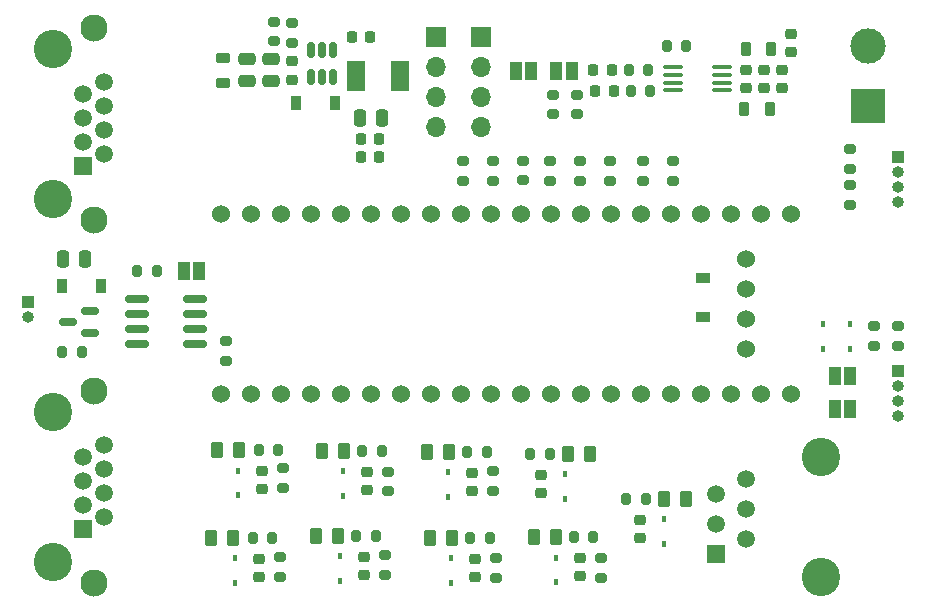
<source format=gts>
%TF.GenerationSoftware,KiCad,Pcbnew,(6.0.0)*%
%TF.CreationDate,2022-01-05T18:10:34+01:00*%
%TF.ProjectId,soar_audio,736f6172-5f61-4756-9469-6f2e6b696361,rev?*%
%TF.SameCoordinates,Original*%
%TF.FileFunction,Soldermask,Top*%
%TF.FilePolarity,Negative*%
%FSLAX46Y46*%
G04 Gerber Fmt 4.6, Leading zero omitted, Abs format (unit mm)*
G04 Created by KiCad (PCBNEW (6.0.0)) date 2022-01-05 18:10:34*
%MOMM*%
%LPD*%
G01*
G04 APERTURE LIST*
G04 Aperture macros list*
%AMRoundRect*
0 Rectangle with rounded corners*
0 $1 Rounding radius*
0 $2 $3 $4 $5 $6 $7 $8 $9 X,Y pos of 4 corners*
0 Add a 4 corners polygon primitive as box body*
4,1,4,$2,$3,$4,$5,$6,$7,$8,$9,$2,$3,0*
0 Add four circle primitives for the rounded corners*
1,1,$1+$1,$2,$3*
1,1,$1+$1,$4,$5*
1,1,$1+$1,$6,$7*
1,1,$1+$1,$8,$9*
0 Add four rect primitives between the rounded corners*
20,1,$1+$1,$2,$3,$4,$5,0*
20,1,$1+$1,$4,$5,$6,$7,0*
20,1,$1+$1,$6,$7,$8,$9,0*
20,1,$1+$1,$8,$9,$2,$3,0*%
G04 Aperture macros list end*
%ADD10R,1.500000X1.500000*%
%ADD11C,1.500000*%
%ADD12C,3.250000*%
%ADD13C,2.300000*%
%ADD14R,1.500000X2.500000*%
%ADD15R,1.700000X1.700000*%
%ADD16O,1.700000X1.700000*%
%ADD17RoundRect,0.225000X-0.225000X-0.250000X0.225000X-0.250000X0.225000X0.250000X-0.225000X0.250000X0*%
%ADD18RoundRect,0.225000X0.225000X0.250000X-0.225000X0.250000X-0.225000X-0.250000X0.225000X-0.250000X0*%
%ADD19RoundRect,0.200000X-0.275000X0.200000X-0.275000X-0.200000X0.275000X-0.200000X0.275000X0.200000X0*%
%ADD20R,1.000000X1.000000*%
%ADD21O,1.000000X1.000000*%
%ADD22R,1.000000X1.500000*%
%ADD23RoundRect,0.225000X0.250000X-0.225000X0.250000X0.225000X-0.250000X0.225000X-0.250000X-0.225000X0*%
%ADD24RoundRect,0.225000X-0.250000X0.225000X-0.250000X-0.225000X0.250000X-0.225000X0.250000X0.225000X0*%
%ADD25RoundRect,0.150000X0.825000X0.150000X-0.825000X0.150000X-0.825000X-0.150000X0.825000X-0.150000X0*%
%ADD26RoundRect,0.200000X-0.200000X-0.275000X0.200000X-0.275000X0.200000X0.275000X-0.200000X0.275000X0*%
%ADD27RoundRect,0.250000X0.262500X0.450000X-0.262500X0.450000X-0.262500X-0.450000X0.262500X-0.450000X0*%
%ADD28R,0.450000X0.600000*%
%ADD29RoundRect,0.250000X-0.250000X-0.475000X0.250000X-0.475000X0.250000X0.475000X-0.250000X0.475000X0*%
%ADD30RoundRect,0.250000X-0.475000X0.250000X-0.475000X-0.250000X0.475000X-0.250000X0.475000X0.250000X0*%
%ADD31RoundRect,0.250000X-0.262500X-0.450000X0.262500X-0.450000X0.262500X0.450000X-0.262500X0.450000X0*%
%ADD32RoundRect,0.200000X0.275000X-0.200000X0.275000X0.200000X-0.275000X0.200000X-0.275000X-0.200000X0*%
%ADD33R,0.900000X1.200000*%
%ADD34R,3.000000X3.000000*%
%ADD35C,3.000000*%
%ADD36C,1.524000*%
%ADD37RoundRect,0.100000X-0.712500X-0.100000X0.712500X-0.100000X0.712500X0.100000X-0.712500X0.100000X0*%
%ADD38RoundRect,0.218750X-0.218750X-0.381250X0.218750X-0.381250X0.218750X0.381250X-0.218750X0.381250X0*%
%ADD39RoundRect,0.200000X0.200000X0.275000X-0.200000X0.275000X-0.200000X-0.275000X0.200000X-0.275000X0*%
%ADD40RoundRect,0.250000X0.250000X0.475000X-0.250000X0.475000X-0.250000X-0.475000X0.250000X-0.475000X0*%
%ADD41RoundRect,0.218750X0.381250X-0.218750X0.381250X0.218750X-0.381250X0.218750X-0.381250X-0.218750X0*%
%ADD42RoundRect,0.150000X-0.150000X0.512500X-0.150000X-0.512500X0.150000X-0.512500X0.150000X0.512500X0*%
%ADD43RoundRect,0.150000X0.587500X0.150000X-0.587500X0.150000X-0.587500X-0.150000X0.587500X-0.150000X0*%
%ADD44R,1.200000X0.900000*%
%ADD45R,1.520000X1.520000*%
%ADD46C,1.520000*%
G04 APERTURE END LIST*
D10*
%TO.C,J5*%
X109853000Y-80776000D03*
D11*
X109853000Y-78744000D03*
X109853000Y-76712000D03*
X109853000Y-74680000D03*
X111633000Y-79760000D03*
X111633000Y-77728000D03*
X111633000Y-75696000D03*
X111633000Y-73664000D03*
D12*
X107313000Y-83566000D03*
X107313000Y-70866000D03*
D13*
X110743000Y-69086000D03*
X110743000Y-85346000D03*
%TD*%
D10*
%TO.C,J1*%
X109853000Y-111510000D03*
D11*
X109853000Y-109478000D03*
X109853000Y-107446000D03*
X109853000Y-105414000D03*
X111633000Y-110494000D03*
X111633000Y-108462000D03*
X111633000Y-106430000D03*
X111633000Y-104398000D03*
D12*
X107313000Y-114300000D03*
X107313000Y-101600000D03*
D13*
X110743000Y-99820000D03*
X110743000Y-116080000D03*
%TD*%
D14*
%TO.C,L1*%
X132952000Y-73152000D03*
X136652000Y-73152000D03*
%TD*%
D15*
%TO.C,J9*%
X143510000Y-69860000D03*
D16*
X143510000Y-72400000D03*
X143510000Y-74940000D03*
X143510000Y-77480000D03*
%TD*%
D15*
%TO.C,J8*%
X139700000Y-69860000D03*
D16*
X139700000Y-72400000D03*
X139700000Y-74940000D03*
X139700000Y-77480000D03*
%TD*%
D17*
%TO.C,C10*%
X133337000Y-78486000D03*
X134887000Y-78486000D03*
%TD*%
D18*
%TO.C,C8*%
X134887000Y-80010000D03*
X133337000Y-80010000D03*
%TD*%
D19*
%TO.C,R16*%
X178816000Y-96012000D03*
X178816000Y-94362000D03*
%TD*%
D20*
%TO.C,J6*%
X178816000Y-98176000D03*
D21*
X178816000Y-99446000D03*
X178816000Y-100716000D03*
X178816000Y-101986000D03*
%TD*%
D20*
%TO.C,J7*%
X105156000Y-92314000D03*
D21*
X105156000Y-93584000D03*
%TD*%
D22*
%TO.C,JP1*%
X146476500Y-72738000D03*
X147776500Y-72738000D03*
%TD*%
D23*
%TO.C,C21*%
X143002000Y-115596000D03*
X143002000Y-114046000D03*
%TD*%
D24*
%TO.C,C16*%
X169718500Y-69596000D03*
X169718500Y-71146000D03*
%TD*%
D22*
%TO.C,JP4*%
X173452000Y-101346000D03*
X174752000Y-101346000D03*
%TD*%
%TO.C,JP3*%
X173452000Y-98552000D03*
X174752000Y-98552000D03*
%TD*%
D19*
%TO.C,R10*%
X121920000Y-95632000D03*
X121920000Y-97282000D03*
%TD*%
D25*
%TO.C,U3*%
X119315000Y-95885000D03*
X119315000Y-94615000D03*
X119315000Y-93345000D03*
X119315000Y-92075000D03*
X114365000Y-92075000D03*
X114365000Y-93345000D03*
X114365000Y-94615000D03*
X114365000Y-95885000D03*
%TD*%
D23*
%TO.C,C6*%
X124968000Y-108167000D03*
X124968000Y-106617000D03*
%TD*%
D19*
%TO.C,R28*%
X144526000Y-106617000D03*
X144526000Y-108267000D03*
%TD*%
D26*
%TO.C,R33*%
X151384000Y-112205000D03*
X153034000Y-112205000D03*
%TD*%
%TO.C,R12*%
X156193500Y-74422000D03*
X157843500Y-74422000D03*
%TD*%
D27*
%TO.C,R44*%
X152701000Y-105156000D03*
X150876000Y-105156000D03*
%TD*%
D28*
%TO.C,D2*%
X122936000Y-108683000D03*
X122936000Y-106583000D03*
%TD*%
D29*
%TO.C,C1*%
X108082000Y-88646000D03*
X109982000Y-88646000D03*
%TD*%
D28*
%TO.C,D16*%
X140970000Y-116112000D03*
X140970000Y-114012000D03*
%TD*%
D18*
%TO.C,C7*%
X134125000Y-69850000D03*
X132575000Y-69850000D03*
%TD*%
D30*
%TO.C,C4*%
X125730000Y-71694000D03*
X125730000Y-73594000D03*
%TD*%
D31*
%TO.C,R2*%
X121158000Y-104839000D03*
X122983000Y-104839000D03*
%TD*%
D32*
%TO.C,R36*%
X157226000Y-82042000D03*
X157226000Y-80392000D03*
%TD*%
D33*
%TO.C,D3*%
X131190000Y-75438000D03*
X127890000Y-75438000D03*
%TD*%
D28*
%TO.C,D4*%
X159004000Y-112810000D03*
X159004000Y-110710000D03*
%TD*%
D22*
%TO.C,JP2*%
X119664000Y-89662000D03*
X118364000Y-89662000D03*
%TD*%
D26*
%TO.C,R27*%
X142368000Y-104965000D03*
X144018000Y-104965000D03*
%TD*%
D19*
%TO.C,R34*%
X153670000Y-113983000D03*
X153670000Y-115633000D03*
%TD*%
%TO.C,R19*%
X135382000Y-113729000D03*
X135382000Y-115379000D03*
%TD*%
D27*
%TO.C,R7*%
X160829000Y-108966000D03*
X159004000Y-108966000D03*
%TD*%
D23*
%TO.C,C3*%
X127508000Y-73485000D03*
X127508000Y-71935000D03*
%TD*%
D21*
%TO.C,J3*%
X178816000Y-83820000D03*
X178816000Y-82550000D03*
X178816000Y-81280000D03*
D20*
X178816000Y-80010000D03*
%TD*%
D19*
%TO.C,R40*%
X147066000Y-80329000D03*
X147066000Y-81979000D03*
%TD*%
D34*
%TO.C,J4*%
X176276000Y-75692000D03*
D35*
X176276000Y-70612000D03*
%TD*%
D26*
%TO.C,R23*%
X133478000Y-104902000D03*
X135128000Y-104902000D03*
%TD*%
D36*
%TO.C,U6*%
X169799000Y-84836000D03*
X165989000Y-93726000D03*
X165989000Y-91186000D03*
X162179000Y-84836000D03*
X164719000Y-84836000D03*
X167259000Y-84836000D03*
X129159000Y-100076000D03*
X126619000Y-100076000D03*
X124079000Y-100076000D03*
X121539000Y-100076000D03*
X131699000Y-84836000D03*
X134239000Y-84836000D03*
X162179000Y-100076000D03*
X159639000Y-100076000D03*
X157099000Y-100076000D03*
X154559000Y-100076000D03*
X152019000Y-100076000D03*
X149479000Y-100076000D03*
X146939000Y-100076000D03*
X136779000Y-84836000D03*
X139319000Y-84836000D03*
X144399000Y-100076000D03*
X141859000Y-100076000D03*
X139319000Y-100076000D03*
X136779000Y-100076000D03*
X134239000Y-100076000D03*
X131699000Y-100076000D03*
X141859000Y-84836000D03*
X144399000Y-84836000D03*
X146939000Y-84836000D03*
X149479000Y-84836000D03*
X152019000Y-84836000D03*
X154559000Y-84836000D03*
X157099000Y-84836000D03*
X159639000Y-84836000D03*
X129159000Y-84836000D03*
X124079000Y-84836000D03*
X121539000Y-84836000D03*
X165989000Y-88646000D03*
X167259000Y-100076000D03*
X164719000Y-100076000D03*
X126619000Y-84836000D03*
X169799000Y-100076000D03*
X165989000Y-96266000D03*
%TD*%
D23*
%TO.C,C5*%
X156972000Y-112281000D03*
X156972000Y-110731000D03*
%TD*%
%TO.C,C26*%
X148590000Y-108484000D03*
X148590000Y-106934000D03*
%TD*%
D19*
%TO.C,R41*%
X144526000Y-80392000D03*
X144526000Y-82042000D03*
%TD*%
D37*
%TO.C,U4*%
X159732000Y-72431000D03*
X159732000Y-73081000D03*
X159732000Y-73731000D03*
X159732000Y-74381000D03*
X163957000Y-74381000D03*
X163957000Y-73731000D03*
X163957000Y-73081000D03*
X163957000Y-72431000D03*
%TD*%
D28*
%TO.C,D6*%
X172466000Y-96300000D03*
X172466000Y-94200000D03*
%TD*%
D19*
%TO.C,R46*%
X174752000Y-82424000D03*
X174752000Y-84074000D03*
%TD*%
D18*
%TO.C,C12*%
X154566500Y-72688000D03*
X153016500Y-72688000D03*
%TD*%
D26*
%TO.C,R45*%
X147702000Y-105156000D03*
X149352000Y-105156000D03*
%TD*%
D19*
%TO.C,R24*%
X126492000Y-113920000D03*
X126492000Y-115570000D03*
%TD*%
%TO.C,R35*%
X159766000Y-80392000D03*
X159766000Y-82042000D03*
%TD*%
D30*
%TO.C,C2*%
X123698000Y-71694000D03*
X123698000Y-73594000D03*
%TD*%
D38*
%TO.C,FB4*%
X165908500Y-70866000D03*
X168033500Y-70866000D03*
%TD*%
D19*
%TO.C,R5*%
X125984000Y-68580000D03*
X125984000Y-70230000D03*
%TD*%
D27*
%TO.C,R29*%
X141017000Y-112268000D03*
X139192000Y-112268000D03*
%TD*%
D17*
%TO.C,C11*%
X153182500Y-74422000D03*
X154732500Y-74422000D03*
%TD*%
D19*
%TO.C,R15*%
X176784000Y-96012000D03*
X176784000Y-94362000D03*
%TD*%
D28*
%TO.C,D17*%
X149860000Y-116049000D03*
X149860000Y-113949000D03*
%TD*%
D19*
%TO.C,R9*%
X149606000Y-74758000D03*
X149606000Y-76408000D03*
%TD*%
D26*
%TO.C,R22*%
X124206000Y-112268000D03*
X125856000Y-112268000D03*
%TD*%
D19*
%TO.C,R42*%
X141986000Y-80392000D03*
X141986000Y-82042000D03*
%TD*%
D23*
%TO.C,C17*%
X133604000Y-115405000D03*
X133604000Y-113855000D03*
%TD*%
D31*
%TO.C,R26*%
X138938000Y-104965000D03*
X140763000Y-104965000D03*
%TD*%
D19*
%TO.C,R38*%
X151892000Y-80392000D03*
X151892000Y-82042000D03*
%TD*%
D22*
%TO.C,JP5*%
X149901500Y-72763000D03*
X151201500Y-72763000D03*
%TD*%
D26*
%TO.C,R30*%
X142622000Y-112268000D03*
X144272000Y-112268000D03*
%TD*%
D39*
%TO.C,R1*%
X109728000Y-96520000D03*
X108078000Y-96520000D03*
%TD*%
D28*
%TO.C,D14*%
X131826000Y-108746000D03*
X131826000Y-106646000D03*
%TD*%
D39*
%TO.C,R13*%
X160891500Y-70612000D03*
X159241500Y-70612000D03*
%TD*%
D28*
%TO.C,D21*%
X150622000Y-109000000D03*
X150622000Y-106900000D03*
%TD*%
D19*
%TO.C,R47*%
X151638000Y-74738000D03*
X151638000Y-76388000D03*
%TD*%
D33*
%TO.C,D1*%
X108078000Y-90932000D03*
X111378000Y-90932000D03*
%TD*%
D23*
%TO.C,C14*%
X165908500Y-74194000D03*
X165908500Y-72644000D03*
%TD*%
D40*
%TO.C,C9*%
X135128000Y-76708000D03*
X133228000Y-76708000D03*
%TD*%
D23*
%TO.C,C18*%
X124714000Y-115570000D03*
X124714000Y-114020000D03*
%TD*%
D19*
%TO.C,R37*%
X154432000Y-80392000D03*
X154432000Y-82042000D03*
%TD*%
D26*
%TO.C,R11*%
X156016500Y-72688000D03*
X157666500Y-72688000D03*
%TD*%
D28*
%TO.C,D13*%
X122682000Y-116112000D03*
X122682000Y-114012000D03*
%TD*%
D19*
%TO.C,R39*%
X149352000Y-80392000D03*
X149352000Y-82042000D03*
%TD*%
D41*
%TO.C,FB1*%
X121666000Y-73726000D03*
X121666000Y-71601000D03*
%TD*%
D23*
%TO.C,C15*%
X168956500Y-74194000D03*
X168956500Y-72644000D03*
%TD*%
D42*
%TO.C,U1*%
X130998000Y-70998500D03*
X130048000Y-70998500D03*
X129098000Y-70998500D03*
X129098000Y-73273500D03*
X130048000Y-73273500D03*
X130998000Y-73273500D03*
%TD*%
D31*
%TO.C,R21*%
X130048000Y-104902000D03*
X131873000Y-104902000D03*
%TD*%
D23*
%TO.C,C19*%
X133858000Y-108204000D03*
X133858000Y-106654000D03*
%TD*%
D28*
%TO.C,D12*%
X131572000Y-115887000D03*
X131572000Y-113787000D03*
%TD*%
D26*
%TO.C,R8*%
X155830000Y-108966000D03*
X157480000Y-108966000D03*
%TD*%
D23*
%TO.C,C22*%
X151892000Y-115533000D03*
X151892000Y-113983000D03*
%TD*%
D28*
%TO.C,D15*%
X140716000Y-108809000D03*
X140716000Y-106709000D03*
%TD*%
D26*
%TO.C,R18*%
X132970000Y-112077000D03*
X134620000Y-112077000D03*
%TD*%
D28*
%TO.C,D5*%
X174752000Y-96300000D03*
X174752000Y-94200000D03*
%TD*%
D32*
%TO.C,R6*%
X127508000Y-70358000D03*
X127508000Y-68708000D03*
%TD*%
D43*
%TO.C,Q1*%
X110411500Y-94930000D03*
X110411500Y-93030000D03*
X108536500Y-93980000D03*
%TD*%
D31*
%TO.C,R17*%
X129540000Y-112077000D03*
X131365000Y-112077000D03*
%TD*%
D44*
%TO.C,D7*%
X162306000Y-93598000D03*
X162306000Y-90298000D03*
%TD*%
D19*
%TO.C,R43*%
X174752000Y-79376000D03*
X174752000Y-81026000D03*
%TD*%
D23*
%TO.C,C20*%
X142748000Y-108293000D03*
X142748000Y-106743000D03*
%TD*%
D27*
%TO.C,R32*%
X149860000Y-112205000D03*
X148035000Y-112205000D03*
%TD*%
D26*
%TO.C,R14*%
X114428000Y-89662000D03*
X116078000Y-89662000D03*
%TD*%
D38*
%TO.C,FB3*%
X165815500Y-75946000D03*
X167940500Y-75946000D03*
%TD*%
D12*
%TO.C,J2*%
X172316000Y-115570000D03*
X172316000Y-105410000D03*
D45*
X163426000Y-113660000D03*
D46*
X165966000Y-112390000D03*
X163426000Y-111120000D03*
X165966000Y-109850000D03*
X163426000Y-108580000D03*
X165966000Y-107310000D03*
%TD*%
D19*
%TO.C,R4*%
X126746000Y-106363000D03*
X126746000Y-108013000D03*
%TD*%
D23*
%TO.C,C13*%
X167432500Y-74194000D03*
X167432500Y-72644000D03*
%TD*%
D26*
%TO.C,R3*%
X124714000Y-104839000D03*
X126364000Y-104839000D03*
%TD*%
D19*
%TO.C,R31*%
X144780000Y-113983000D03*
X144780000Y-115633000D03*
%TD*%
%TO.C,R25*%
X135636000Y-106680000D03*
X135636000Y-108330000D03*
%TD*%
D31*
%TO.C,R20*%
X120650000Y-112268000D03*
X122475000Y-112268000D03*
%TD*%
M02*

</source>
